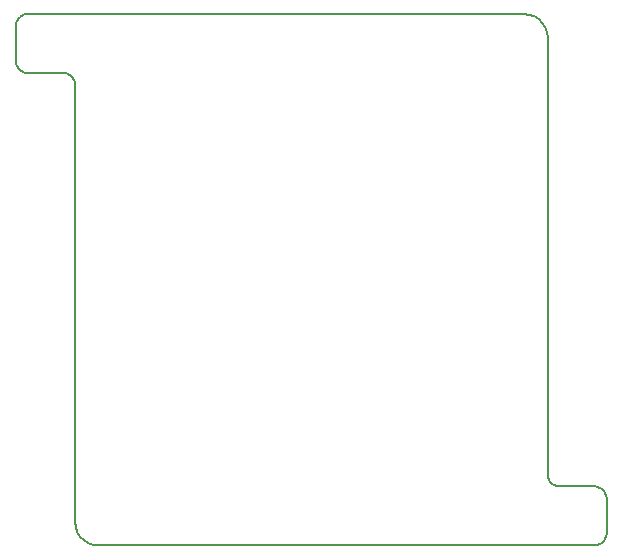
<source format=gko>
G04*
G04 #@! TF.GenerationSoftware,Altium Limited,Altium NEXUS,3.2.6 (83)*
G04*
G04 Layer_Color=16711935*
%FSLAX44Y44*%
%MOMM*%
G71*
G04*
G04 #@! TF.SameCoordinates,E101C6A8-1949-4893-99AA-7595D6EC33FA*
G04*
G04*
G04 #@! TF.FilePolarity,Positive*
G04*
G01*
G75*
%ADD11C,0.2000*%
D11*
X284510Y1455839D02*
X285249Y1453725D01*
X285500Y1451500D01*
X285500Y1081500D01*
X286001Y1077049D01*
X287481Y1072822D01*
X289863Y1069030D01*
X293030Y1065863D01*
X296822Y1063480D01*
X301049Y1062001D01*
X305500Y1061500D01*
X725500D01*
X727725Y1061751D01*
X729839Y1062490D01*
X731735Y1063681D01*
X733318Y1065265D01*
X734510Y1067161D01*
X735249Y1069275D01*
X735500Y1071500D01*
Y1101500D01*
X735249Y1103725D02*
X735500Y1101500D01*
X734510Y1105839D02*
X735249Y1103725D01*
X733318Y1107735D02*
X734510Y1105839D01*
X731735Y1109318D02*
X733318Y1107735D01*
X729839Y1110509D02*
X731735Y1109318D01*
X727725Y1111249D02*
X729839Y1110509D01*
X725500Y1111500D02*
X727725Y1111249D01*
X695500Y1111500D02*
X725500D01*
X693275Y1111751D02*
X695500Y1111500D01*
X691161Y1112490D02*
X693275Y1111751D01*
X689265Y1113681D02*
X691161Y1112490D01*
X687682Y1115265D02*
X689265Y1113681D01*
X686490Y1117161D02*
X687682Y1115265D01*
X685751Y1119275D02*
X686490Y1117161D01*
X685500Y1121500D02*
X685751Y1119275D01*
X685500Y1121500D02*
Y1491500D01*
X684998Y1495950D02*
X685500Y1491500D01*
X683519Y1500177D02*
X684998Y1495950D01*
X681137Y1503970D02*
X683519Y1500177D01*
X677970Y1507136D02*
X681137Y1503970D01*
X674178Y1509519D02*
X677970Y1507136D01*
X669950Y1510998D02*
X674178Y1509519D01*
X665500Y1511500D02*
X669950Y1510998D01*
X245500Y1511500D02*
X665500D01*
X243275Y1511249D02*
X245500Y1511500D01*
X241161Y1510510D02*
X243275Y1511249D01*
X239265Y1509318D02*
X241161Y1510510D01*
X237682Y1507735D02*
X239265Y1509318D01*
X236490Y1505839D02*
X237682Y1507735D01*
X235751Y1503725D02*
X236490Y1505839D01*
X235500Y1501500D02*
X235751Y1503725D01*
X235500Y1471500D02*
Y1501500D01*
Y1471500D02*
X235751Y1469275D01*
X236490Y1467161D01*
X237682Y1465265D01*
X239265Y1463681D01*
X241161Y1462490D01*
X243275Y1461750D01*
X245500Y1461500D01*
X275500D01*
X277725Y1461249D01*
X279839Y1460510D01*
X281735Y1459318D01*
X283318Y1457735D01*
X284510Y1455839D01*
M02*

</source>
